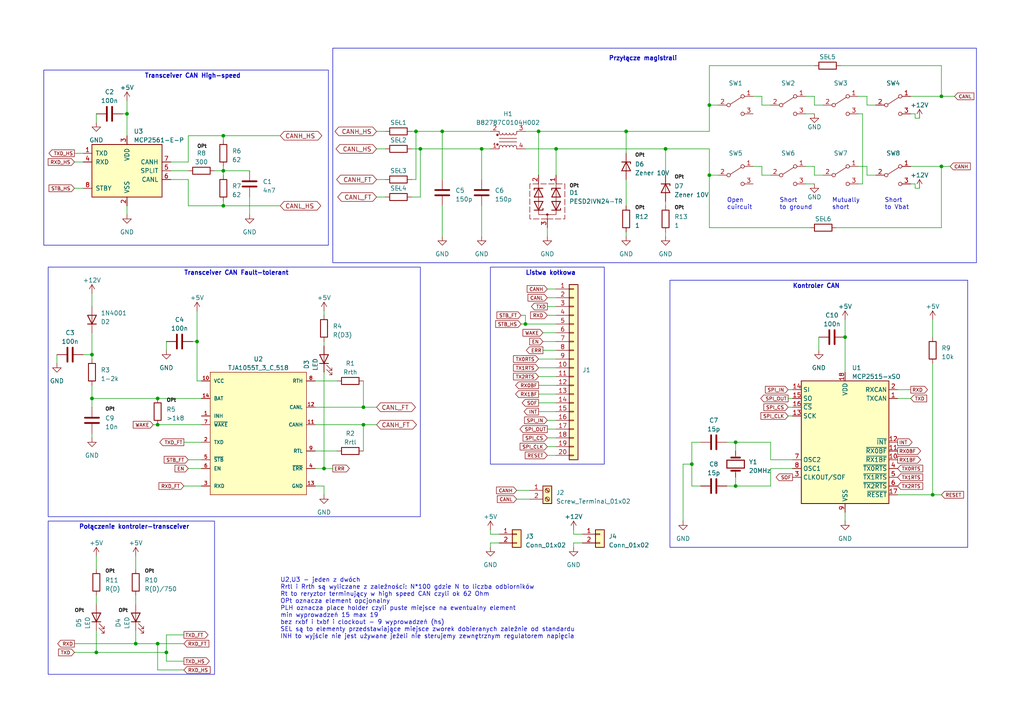
<source format=kicad_sch>
(kicad_sch (version 20230121) (generator eeschema)
  (paper "A4")
  (title_block (title "Przyłącze do sieci CAN (high-speed i fault-toletant)") (date "2023-04-03") (company "PŁ"))
  (lib_symbols
    (symbol "Connector:Screw_Terminal_01x02" (pin_names (offset 1.016) hide)
      (property "Reference" "J" (at 0 2.54 0))
      (property "Value" "Screw_Terminal_01x02" (at 0 -5.08 0))
      (symbol "Screw_Terminal_01x02_1_1"
        (pin passive line (at -5.08 0 0) (length 3.81) (name "Pin_1") (number "1"))
        (pin passive line (at -5.08 -2.54 0) (length 3.81) (name "Pin_2") (number "2"))
      )
    )
    (symbol "Connector_Generic:Conn_01x02" (pin_names (offset 1.016) hide)
      (property "Reference" "J" (at 0 2.54 0))
      (property "Value" "Conn_01x02" (at 0 -5.08 0))
      (symbol "Conn_01x02_1_1"
        (pin passive line (at -5.08 0 0) (length 3.81) (name "Pin_1") (number "1"))
        (pin passive line (at -5.08 -2.54 0) (length 3.81) (name "Pin_2") (number "2"))
      )
    )
    (symbol "Connector_Generic:Conn_01x20" (pin_names (offset 1.016) hide)
      (property "Reference" "J" (at 0 25.4 0))
      (property "Value" "Conn_01x20" (at 0 -27.94 0))
      (symbol "Conn_01x20_1_1"
        (pin passive line (at -5.08 22.86 0) (length 3.81) (name "Pin_1") (number "1"))
        (pin passive line (at -5.08 0 0) (length 3.81) (name "Pin_10") (number "10"))
        (pin passive line (at -5.08 -2.54 0) (length 3.81) (name "Pin_11") (number "11"))
        (pin passive line (at -5.08 -5.08 0) (length 3.81) (name "Pin_12") (number "12"))
        (pin passive line (at -5.08 -7.62 0) (length 3.81) (name "Pin_13") (number "13"))
        (pin passive line (at -5.08 -10.16 0) (length 3.81) (name "Pin_14") (number "14"))
        (pin passive line (at -5.08 -12.7 0) (length 3.81) (name "Pin_15") (number "15"))
        (pin passive line (at -5.08 -15.24 0) (length 3.81) (name "Pin_16") (number "16"))
        (pin passive line (at -5.08 -17.78 0) (length 3.81) (name "Pin_17") (number "17"))
        (pin passive line (at -5.08 -20.32 0) (length 3.81) (name "Pin_18") (number "18"))
        (pin passive line (at -5.08 -22.86 0) (length 3.81) (name "Pin_19") (number "19"))
        (pin passive line (at -5.08 20.32 0) (length 3.81) (name "Pin_2") (number "2"))
        (pin passive line (at -5.08 -25.4 0) (length 3.81) (name "Pin_20") (number "20"))
        (pin passive line (at -5.08 17.78 0) (length 3.81) (name "Pin_3") (number "3"))
        (pin passive line (at -5.08 15.24 0) (length 3.81) (name "Pin_4") (number "4"))
        (pin passive line (at -5.08 12.7 0) (length 3.81) (name "Pin_5") (number "5"))
        (pin passive line (at -5.08 10.16 0) (length 3.81) (name "Pin_6") (number "6"))
        (pin passive line (at -5.08 7.62 0) (length 3.81) (name "Pin_7") (number "7"))
        (pin passive line (at -5.08 5.08 0) (length 3.81) (name "Pin_8") (number "8"))
        (pin passive line (at -5.08 2.54 0) (length 3.81) (name "Pin_9") (number "9"))
      )
    )
    (symbol "Device:C" (pin_numbers hide) (pin_names (offset 0.254))
      (property "Reference" "C" (at 0.635 2.54 0))
      (property "Value" "C" (at 0.635 -2.54 0))
      (symbol "C_1_1"
        (pin passive line (at 0 3.81 270) (length 2.794) (name "~") (number "1"))
        (pin passive line (at 0 -3.81 90) (length 2.794) (name "~") (number "2"))
      )
    )
    (symbol "Device:Crystal" (pin_numbers hide) (pin_names (offset 1.016) hide)
      (property "Reference" "Y" (at 0 3.81 0))
      (property "Value" "Crystal" (at 0 -3.81 0))
      (symbol "Crystal_1_1"
        (pin passive line (at -3.81 0 0) (length 1.27) (name "1") (number "1"))
        (pin passive line (at 3.81 0 180) (length 1.27) (name "2") (number "2"))
      )
    )
    (symbol "Device:D_Zener_Dual_CommonCathode_AAK_Parallel" (pin_names (offset 0.762) hide)
      (property "Reference" "D1" (at -5.08 -0.6985 90))
      (property "Value" "D_Zener_Dual_CommonCathode_AAK_Parallel" (at -5.08 1.8415 90))
      (symbol "D_Zener_Dual_CommonCathode_AAK_Parallel_0_1"
        (pin passive line (at -10.16 2.54 0) (length 2.54) (name "K") (number "1"))
        (pin passive line (at -10.16 -2.54 0) (length 2.54) (name "K") (number "2"))
        (pin passive line (at 5.08 0 180) (length 2.54) (name "A") (number "3"))
      )
    )
    (symbol "Device:Filter_EMI_LL_1423" (pin_names hide)
      (property "Reference" "FL" (at 0 4.445 0))
      (property "Value" "Filter_EMI_LL_1423" (at 0 -4.445 0))
      (symbol "Filter_EMI_LL_1423_1_1"
        (pin passive line (at -5.08 -2.54 0) (length 2.54) (name "1") (number "1"))
        (pin passive line (at -5.08 2.54 0) (length 2.54) (name "2") (number "2"))
        (pin passive line (at 5.08 2.54 180) (length 2.54) (name "3") (number "3"))
        (pin passive line (at 5.08 -2.54 180) (length 2.54) (name "4") (number "4"))
      )
    )
    (symbol "Device:LED" (pin_numbers hide) (pin_names (offset 1.016) hide)
      (property "Reference" "D" (at 0 2.54 0))
      (property "Value" "LED" (at 0 -2.54 0))
      (symbol "LED_1_1"
        (pin passive line (at -3.81 0 0) (length 2.54) (name "K") (number "1"))
        (pin passive line (at 3.81 0 180) (length 2.54) (name "A") (number "2"))
      )
    )
    (symbol "Device:R" (pin_numbers hide) (pin_names (offset 0))
      (property "Reference" "R" (at 2.032 0 90))
      (property "Value" "R" (at 0 0 90))
      (symbol "R_1_1"
        (pin passive line (at 0 3.81 270) (length 1.27) (name "~") (number "1"))
        (pin passive line (at 0 -3.81 90) (length 1.27) (name "~") (number "2"))
      )
    )
    (symbol "Diode:1N4001" (pin_numbers hide) (pin_names hide)
      (property "Reference" "D" (at 0 2.54 0))
      (property "Value" "1N4001" (at 0 -2.54 0))
      (symbol "1N4001_1_1"
        (pin passive line (at -3.81 0 0) (length 2.54) (name "K") (number "1"))
        (pin passive line (at 3.81 0 180) (length 2.54) (name "A") (number "2"))
      )
    )
    (symbol "Diode:BZV55B56" (pin_numbers hide) (pin_names hide)
      (property "Reference" "D" (at 0 2.54 0))
      (property "Value" "BZV55B56" (at 0 -2.54 0))
      (symbol "BZV55B56_1_1"
        (pin passive line (at -3.81 0 0) (length 2.54) (name "K") (number "1"))
        (pin passive line (at 3.81 0 180) (length 2.54) (name "A") (number "2"))
      )
    )
    (symbol "ELEMENTY:TJA1055T_3_C,518" (pin_names (offset 1.016))
      (property "Reference" "U" (at 0 5.08 0))
      (property "Value" "TJA1055T_3_C,518" (at 0 7.62 0))
      (symbol "TJA1055T_3_C,518_1_1"
        (pin passive line (at 2.54 -10.16 0) (length 2.54) (name "INH") (number "1"))
        (pin power_in line (at 2.54 0 0) (length 2.54) (name "VCC") (number "10"))
        (pin bidirectional line (at 35.56 -12.7 180) (length 2.54) (name "CANH") (number "11"))
        (pin bidirectional line (at 35.56 -7.62 180) (length 2.54) (name "CANL") (number "12"))
        (pin power_in line (at 35.56 -30.48 180) (length 2.54) (name "GND") (number "13"))
        (pin power_in line (at 2.54 -5.08 0) (length 2.54) (name "BAT") (number "14"))
        (pin input line (at 2.54 -17.78 0) (length 2.54) (name "TXD") (number "2"))
        (pin output line (at 2.54 -30.48 0) (length 2.54) (name "RXD") (number "3"))
        (pin output line (at 35.56 -25.4 180) (length 2.54) (name "~{ERR}") (number "4"))
        (pin input line (at 2.54 -22.86 0) (length 2.54) (name "~{STB}") (number "5"))
        (pin input line (at 2.54 -25.4 0) (length 2.54) (name "EN") (number "6"))
        (pin input line (at 2.54 -12.7 0) (length 2.54) (name "~{WAKE}") (number "7"))
        (pin passive line (at 35.56 0 180) (length 2.54) (name "RTH") (number "8"))
        (pin passive line (at 35.56 -20.32 180) (length 2.54) (name "RTL") (number "9"))
      )
    )
    (symbol "Interface_CAN_LIN:MCP2515-xSO"
      (property "Reference" "U" (at -10.16 19.685 0))
      (property "Value" "MCP2515-xSO" (at 19.05 20.32 0))
      (symbol "MCP2515-xSO_1_1"
        (pin output line (at 15.24 12.7 180) (length 2.54) (name "TXCAN") (number "1"))
        (pin output line (at 15.24 -5.08 180) (length 2.54) (name "~{RX1BF}") (number "10"))
        (pin output line (at 15.24 -2.54 180) (length 2.54) (name "~{RX0BF}") (number "11"))
        (pin output line (at 15.24 0 180) (length 2.54) (name "~{INT}") (number "12"))
        (pin input line (at -15.24 7.62 0) (length 2.54) (name "SCK") (number "13"))
        (pin input line (at -15.24 15.24 0) (length 2.54) (name "SI") (number "14"))
        (pin output line (at -15.24 12.7 0) (length 2.54) (name "SO") (number "15"))
        (pin input line (at -15.24 10.16 0) (length 2.54) (name "~{CS}") (number "16"))
        (pin input line (at 15.24 -15.24 180) (length 2.54) (name "~{RESET}") (number "17"))
        (pin power_in line (at 0 20.32 270) (length 2.54) (name "VDD") (number "18"))
        (pin input line (at 15.24 15.24 180) (length 2.54) (name "RXCAN") (number "2"))
        (pin output line (at -15.24 -10.16 0) (length 2.54) (name "CLKOUT/SOF") (number "3"))
        (pin input line (at 15.24 -7.62 180) (length 2.54) (name "~{TX0RTS}") (number "4"))
        (pin input line (at 15.24 -10.16 180) (length 2.54) (name "~{TX1RTS}") (number "5"))
        (pin input line (at 15.24 -12.7 180) (length 2.54) (name "~{TX2RTS}") (number "6"))
        (pin output line (at -15.24 -5.08 0) (length 2.54) (name "OSC2") (number "7"))
        (pin input line (at -15.24 -7.62 0) (length 2.54) (name "OSC1") (number "8"))
        (pin power_in line (at 0 -20.32 90) (length 2.54) (name "VSS") (number "9"))
      )
    )
    (symbol "Interface_CAN_LIN:MCP2561-E-P" (pin_names (offset 1.016))
      (property "Reference" "U" (at -10.16 8.89 0))
      (property "Value" "MCP2561-E-P" (at 2.54 8.89 0))
      (symbol "MCP2561-E-P_1_1"
        (pin input line (at -12.7 5.08 0) (length 2.54) (name "TXD") (number "1"))
        (pin power_in line (at 0 -10.16 90) (length 2.54) (name "VSS") (number "2"))
        (pin power_in line (at 0 10.16 270) (length 2.54) (name "VDD") (number "3"))
        (pin output line (at -12.7 2.54 0) (length 2.54) (name "RXD") (number "4"))
        (pin passive line (at 12.7 0 180) (length 2.54) (name "SPLIT") (number "5"))
        (pin bidirectional line (at 12.7 -2.54 180) (length 2.54) (name "CANL") (number "6"))
        (pin bidirectional line (at 12.7 2.54 180) (length 2.54) (name "CANH") (number "7"))
        (pin input line (at -12.7 -5.08 0) (length 2.54) (name "STBY") (number "8"))
      )
    )
    (symbol "Switch:SW_SPDT" (pin_names (offset 0) hide)
      (property "Reference" "SW" (at 0 4.318 0))
      (property "Value" "SW_SPDT" (at 0 -5.08 0))
      (symbol "SW_SPDT_1_1"
        (pin passive line (at 5.08 2.54 180) (length 2.54) (name "A") (number "1"))
        (pin passive line (at -5.08 0 0) (length 2.54) (name "B") (number "2"))
        (pin passive line (at 5.08 -2.54 180) (length 2.54) (name "C") (number "3"))
      )
    )
    (symbol "power:+12V" (power) (pin_names (offset 0))
      (property "Value" "+12V" (at 0 3.556 0))
      (symbol "+12V_1_1"
        (pin power_in line (at 0 0 90) (length 0) hide (name "+12V") (number "1"))
      )
    )
    (symbol "power:+5V" (power) (pin_names (offset 0))
      (property "Value" "+5V" (at 0 3.556 0))
      (symbol "+5V_1_1"
        (pin power_in line (at 0 0 90) (length 0) hide (name "+5V") (number "1"))
      )
    )
    (symbol "power:GND" (power) (pin_names (offset 0))
      (property "Value" "GND" (at 0 -3.81 0))
      (symbol "GND_1_1"
        (pin power_in line (at 0 0 270) (length 0) hide (name "GND") (number "1"))
      )
    )
  )
  (junction (at 27.94 189.23))
  (junction (at 26.67 102.87))
  (junction (at 139.7 43.18))
  (junction (at 181.61 38.1))
  (junction (at 64.77 59.69))
  (junction (at 120.65 38.1))
  (junction (at 273.05 48.26))
  (junction (at 205.74 50.8))
  (junction (at 128.27 38.1))
  (junction (at 205.74 30.48))
  (junction (at 213.36 140.97))
  (junction (at 36.83 33.02))
  (junction (at 245.11 97.79))
  (junction (at 57.15 99.06))
  (junction (at 45.72 123.19))
  (junction (at 64.77 49.53))
  (junction (at 39.37 186.69))
  (junction (at 105.41 118.11))
  (junction (at 156.21 38.1))
  (junction (at 193.04 43.18))
  (junction (at 105.41 123.19))
  (junction (at 45.72 115.57))
  (junction (at 273.05 27.94))
  (junction (at 121.92 43.18))
  (junction (at 26.67 115.57))
  (junction (at 213.36 128.27))
  (junction (at 45.72 186.69))
  (junction (at 93.98 135.89))
  (junction (at 161.29 43.18))
  (junction (at 64.77 39.37))
  (junction (at 48.26 189.23))
  (junction (at 152.4 93.98))
  (junction (at 270.51 143.51))
  (junction (at 200.66 134.62))
  (wire (pts (xy 273.05 27.94) (xy 276.86 27.94)))
  (wire (pts (xy 64.77 49.53) (xy 64.77 50.8)))
  (wire (pts (xy 220.98 50.8) (xy 223.52 50.8)))
  (wire (pts (xy 45.72 123.19) (xy 58.42 123.19)))
  (wire (pts (xy 156.21 38.1) (xy 181.61 38.1)))
  (wire (pts (xy 26.67 111.76) (xy 26.67 115.57)))
  (wire (pts (xy 193.04 43.18) (xy 205.74 43.18)))
  (wire (pts (xy 53.34 194.31) (xy 45.72 194.31)))
  (wire (pts (xy 248.92 27.94) (xy 251.46 27.94)))
  (wire (pts (xy 93.98 135.89) (xy 93.98 107.95)))
  (wire (pts (xy 156.21 104.14) (xy 161.29 104.14)))
  (wire (pts (xy 220.98 27.94) (xy 220.98 30.48)))
  (wire (pts (xy 200.66 134.62) (xy 200.66 140.97)))
  (wire (pts (xy 35.56 33.02) (xy 36.83 33.02)))
  (wire (pts (xy 139.7 43.18) (xy 139.7 52.07)))
  (wire (pts (xy 234.95 66.04) (xy 205.74 66.04)))
  (wire (pts (xy 228.6 118.11) (xy 229.87 118.11)))
  (wire (pts (xy 220.98 48.26) (xy 220.98 50.8)))
  (wire (pts (xy 237.49 97.79) (xy 237.49 101.6)))
  (wire (pts (xy 72.39 62.23) (xy 72.39 57.15)))
  (wire (pts (xy 265.43 33.02) (xy 264.16 33.02)))
  (wire (pts (xy 64.77 59.69) (xy 81.28 59.69)))
  (wire (pts (xy 152.4 93.98) (xy 161.29 93.98)))
  (wire (pts (xy 26.67 115.57) (xy 26.67 118.11)))
  (wire (pts (xy 158.75 88.9) (xy 161.29 88.9)))
  (wire (pts (xy 157.48 101.6) (xy 161.29 101.6)))
  (wire (pts (xy 229.87 133.35) (xy 223.52 133.35)))
  (wire (pts (xy 57.15 99.06) (xy 57.15 110.49)))
  (wire (pts (xy 53.34 128.27) (xy 58.42 128.27)))
  (wire (pts (xy 210.82 128.27) (xy 213.36 128.27)))
  (wire (pts (xy 228.6 120.65) (xy 229.87 120.65)))
  (wire (pts (xy 158.75 132.08) (xy 161.29 132.08)))
  (wire (pts (xy 156.21 111.76) (xy 161.29 111.76)))
  (wire (pts (xy 203.2 128.27) (xy 200.66 128.27)))
  (wire (pts (xy 264.16 48.26) (xy 273.05 48.26)))
  (wire (pts (xy 21.59 189.23) (xy 27.94 189.23)))
  (wire (pts (xy 109.22 38.1) (xy 111.76 38.1)))
  (wire (pts (xy 229.87 135.89) (xy 223.52 135.89)))
  (wire (pts (xy 91.44 130.81) (xy 97.79 130.81)))
  (wire (pts (xy 205.74 50.8) (xy 205.74 43.18)))
  (wire (pts (xy 223.52 135.89) (xy 223.52 140.97)))
  (wire (pts (xy 198.12 151.13) (xy 198.12 134.62)))
  (wire (pts (xy 119.38 57.15) (xy 121.92 57.15)))
  (wire (pts (xy 119.38 43.18) (xy 121.92 43.18)))
  (wire (pts (xy 193.04 58.42) (xy 193.04 59.69)))
  (wire (pts (xy 200.66 128.27) (xy 200.66 134.62)))
  (wire (pts (xy 245.11 92.71) (xy 245.11 97.79)))
  (wire (pts (xy 242.57 66.04) (xy 273.05 66.04)))
  (wire (pts (xy 54.61 49.53) (xy 49.53 49.53)))
  (wire (pts (xy 128.27 38.1) (xy 128.27 52.07)))
  (wire (pts (xy 57.15 110.49) (xy 58.42 110.49)))
  (wire (pts (xy 72.39 49.53) (xy 64.77 49.53)))
  (wire (pts (xy 120.65 38.1) (xy 128.27 38.1)))
  (wire (pts (xy 48.26 191.77) (xy 53.34 191.77)))
  (wire (pts (xy 36.83 62.23) (xy 36.83 59.69)))
  (wire (pts (xy 105.41 118.11) (xy 109.22 118.11)))
  (wire (pts (xy 205.74 30.48) (xy 205.74 38.1)))
  (wire (pts (xy 93.98 135.89) (xy 96.52 135.89)))
  (wire (pts (xy 248.92 53.34) (xy 250.19 53.34)))
  (wire (pts (xy 21.59 44.45) (xy 24.13 44.45)))
  (wire (pts (xy 208.28 30.48) (xy 205.74 30.48)))
  (wire (pts (xy 149.86 142.24) (xy 153.67 142.24)))
  (wire (pts (xy 149.86 144.78) (xy 153.67 144.78)))
  (wire (pts (xy 62.23 49.53) (xy 64.77 49.53)))
  (wire (pts (xy 156.21 106.68) (xy 161.29 106.68)))
  (wire (pts (xy 158.75 124.46) (xy 161.29 124.46)))
  (wire (pts (xy 26.67 125.73) (xy 26.67 127)))
  (wire (pts (xy 260.35 115.57) (xy 264.16 115.57)))
  (wire (pts (xy 139.7 43.18) (xy 142.24 43.18)))
  (wire (pts (xy 39.37 172.72) (xy 39.37 175.26)))
  (wire (pts (xy 139.7 59.69) (xy 139.7 68.58)))
  (wire (pts (xy 181.61 52.07) (xy 181.61 59.69)))
  (wire (pts (xy 156.21 119.38) (xy 161.29 119.38)))
  (wire (pts (xy 158.75 129.54) (xy 161.29 129.54)))
  (wire (pts (xy 121.92 43.18) (xy 139.7 43.18)))
  (wire (pts (xy 158.75 66.04) (xy 158.75 68.58)))
  (wire (pts (xy 264.16 27.94) (xy 273.05 27.94)))
  (wire (pts (xy 265.43 34.29) (xy 265.43 33.02)))
  (wire (pts (xy 260.35 143.51) (xy 270.51 143.51)))
  (wire (pts (xy 119.38 52.07) (xy 120.65 52.07)))
  (wire (pts (xy 54.61 52.07) (xy 54.61 59.69)))
  (wire (pts (xy 213.36 138.43) (xy 213.36 140.97)))
  (wire (pts (xy 243.84 19.05) (xy 273.05 19.05)))
  (wire (pts (xy 128.27 59.69) (xy 128.27 68.58)))
  (wire (pts (xy 270.51 143.51) (xy 273.05 143.51)))
  (wire (pts (xy 156.21 38.1) (xy 156.21 50.8)))
  (wire (pts (xy 105.41 123.19) (xy 109.22 123.19)))
  (wire (pts (xy 236.22 19.05) (xy 205.74 19.05)))
  (wire (pts (xy 166.37 153.67) (xy 166.37 154.94)))
  (wire (pts (xy 158.75 127) (xy 161.29 127)))
  (wire (pts (xy 64.77 39.37) (xy 81.28 39.37)))
  (wire (pts (xy 156.21 114.3) (xy 161.29 114.3)))
  (wire (pts (xy 26.67 115.57) (xy 45.72 115.57)))
  (wire (pts (xy 236.22 30.48) (xy 238.76 30.48)))
  (wire (pts (xy 157.48 99.06) (xy 161.29 99.06)))
  (wire (pts (xy 21.59 46.99) (xy 24.13 46.99)))
  (wire (pts (xy 45.72 115.57) (xy 58.42 115.57)))
  (wire (pts (xy 152.4 43.18) (xy 161.29 43.18)))
  (wire (pts (xy 220.98 30.48) (xy 223.52 30.48)))
  (wire (pts (xy 166.37 158.75) (xy 166.37 157.48)))
  (wire (pts (xy 21.59 186.69) (xy 39.37 186.69)))
  (wire (pts (xy 142.24 154.94) (xy 144.78 154.94)))
  (wire (pts (xy 27.94 189.23) (xy 48.26 189.23)))
  (wire (pts (xy 233.68 27.94) (xy 236.22 27.94)))
  (wire (pts (xy 250.19 53.34) (xy 250.19 33.02)))
  (wire (pts (xy 54.61 59.69) (xy 64.77 59.69)))
  (wire (pts (xy 44.45 123.19) (xy 45.72 123.19)))
  (wire (pts (xy 236.22 50.8) (xy 238.76 50.8)))
  (wire (pts (xy 213.36 140.97) (xy 210.82 140.97)))
  (wire (pts (xy 48.26 184.15) (xy 48.26 189.23)))
  (wire (pts (xy 245.11 148.59) (xy 245.11 151.13)))
  (wire (pts (xy 245.11 97.79) (xy 245.11 107.95)))
  (wire (pts (xy 91.44 140.97) (xy 93.98 140.97)))
  (wire (pts (xy 48.26 99.06) (xy 48.26 101.6)))
  (wire (pts (xy 93.98 90.17) (xy 93.98 91.44)))
  (wire (pts (xy 218.44 48.26) (xy 220.98 48.26)))
  (wire (pts (xy 39.37 182.88) (xy 39.37 186.69)))
  (wire (pts (xy 228.6 115.57) (xy 229.87 115.57)))
  (wire (pts (xy 273.05 19.05) (xy 273.05 27.94)))
  (wire (pts (xy 109.22 52.07) (xy 111.76 52.07)))
  (wire (pts (xy 166.37 154.94) (xy 168.91 154.94)))
  (wire (pts (xy 161.29 43.18) (xy 193.04 43.18)))
  (wire (pts (xy 270.51 105.41) (xy 270.51 143.51)))
  (wire (pts (xy 48.26 189.23) (xy 48.26 191.77)))
  (wire (pts (xy 236.22 27.94) (xy 236.22 30.48)))
  (wire (pts (xy 45.72 186.69) (xy 53.34 186.69)))
  (wire (pts (xy 120.65 52.07) (xy 120.65 38.1)))
  (wire (pts (xy 91.44 110.49) (xy 97.79 110.49)))
  (wire (pts (xy 198.12 134.62) (xy 200.66 134.62)))
  (wire (pts (xy 64.77 48.26) (xy 64.77 49.53)))
  (wire (pts (xy 91.44 118.11) (xy 105.41 118.11)))
  (wire (pts (xy 49.53 52.07) (xy 54.61 52.07)))
  (wire (pts (xy 181.61 38.1) (xy 205.74 38.1)))
  (wire (pts (xy 157.48 96.52) (xy 161.29 96.52)))
  (wire (pts (xy 251.46 30.48) (xy 254 30.48)))
  (wire (pts (xy 53.34 140.97) (xy 58.42 140.97)))
  (wire (pts (xy 265.43 54.61) (xy 266.7 54.61)))
  (wire (pts (xy 273.05 48.26) (xy 275.59 48.26)))
  (wire (pts (xy 236.22 48.26) (xy 236.22 50.8)))
  (wire (pts (xy 26.67 102.87) (xy 26.67 104.14)))
  (wire (pts (xy 260.35 113.03) (xy 264.16 113.03)))
  (wire (pts (xy 39.37 161.29) (xy 39.37 165.1)))
  (wire (pts (xy 152.4 38.1) (xy 156.21 38.1)))
  (wire (pts (xy 213.36 128.27) (xy 213.36 130.81)))
  (wire (pts (xy 250.19 33.02) (xy 248.92 33.02)))
  (wire (pts (xy 181.61 38.1) (xy 181.61 44.45)))
  (wire (pts (xy 193.04 67.31) (xy 193.04 68.58)))
  (wire (pts (xy 248.92 48.26) (xy 251.46 48.26)))
  (wire (pts (xy 27.94 161.29) (xy 27.94 165.1)))
  (wire (pts (xy 54.61 133.35) (xy 58.42 133.35)))
  (wire (pts (xy 49.53 46.99) (xy 54.61 46.99)))
  (wire (pts (xy 36.83 33.02) (xy 36.83 39.37)))
  (wire (pts (xy 27.94 33.02) (xy 27.94 35.56)))
  (wire (pts (xy 54.61 135.89) (xy 58.42 135.89)))
  (wire (pts (xy 27.94 172.72) (xy 27.94 175.26)))
  (wire (pts (xy 24.13 102.87) (xy 26.67 102.87)))
  (wire (pts (xy 93.98 99.06) (xy 93.98 100.33)))
  (wire (pts (xy 218.44 27.94) (xy 220.98 27.94)))
  (wire (pts (xy 142.24 158.75) (xy 142.24 157.48)))
  (wire (pts (xy 161.29 43.18) (xy 161.29 50.8)))
  (wire (pts (xy 265.43 53.34) (xy 264.16 53.34)))
  (wire (pts (xy 181.61 67.31) (xy 181.61 68.58)))
  (wire (pts (xy 53.34 184.15) (xy 48.26 184.15)))
  (wire (pts (xy 142.24 153.67) (xy 142.24 154.94)))
  (wire (pts (xy 270.51 92.71) (xy 270.51 97.79)))
  (wire (pts (xy 156.21 109.22) (xy 161.29 109.22)))
  (wire (pts (xy 91.44 123.19) (xy 105.41 123.19)))
  (wire (pts (xy 142.24 157.48) (xy 144.78 157.48)))
  (wire (pts (xy 223.52 133.35) (xy 223.52 128.27)))
  (wire (pts (xy 166.37 157.48) (xy 168.91 157.48)))
  (wire (pts (xy 105.41 110.49) (xy 105.41 118.11)))
  (wire (pts (xy 16.51 102.87) (xy 16.51 105.41)))
  (wire (pts (xy 223.52 128.27) (xy 213.36 128.27)))
  (wire (pts (xy 93.98 140.97) (xy 93.98 143.51)))
  (wire (pts (xy 228.6 113.03) (xy 229.87 113.03)))
  (wire (pts (xy 200.66 140.97) (xy 203.2 140.97)))
  (wire (pts (xy 21.59 54.61) (xy 24.13 54.61)))
  (wire (pts (xy 26.67 85.09) (xy 26.67 88.9)))
  (wire (pts (xy 273.05 66.04) (xy 273.05 48.26)))
  (wire (pts (xy 233.68 48.26) (xy 236.22 48.26)))
  (wire (pts (xy 64.77 39.37) (xy 64.77 40.64)))
  (wire (pts (xy 39.37 186.69) (xy 45.72 186.69)))
  (wire (pts (xy 105.41 123.19) (xy 105.41 130.81)))
  (wire (pts (xy 265.43 54.61) (xy 265.43 53.34)))
  (wire (pts (xy 54.61 46.99) (xy 54.61 39.37)))
  (wire (pts (xy 251.46 48.26) (xy 251.46 50.8)))
  (wire (pts (xy 109.22 43.18) (xy 111.76 43.18)))
  (wire (pts (xy 27.94 182.88) (xy 27.94 189.23)))
  (wire (pts (xy 223.52 140.97) (xy 213.36 140.97)))
  (wire (pts (xy 26.67 96.52) (xy 26.67 102.87)))
  (wire (pts (xy 233.68 53.34) (xy 236.22 53.34)))
  (wire (pts (xy 45.72 194.31) (xy 45.72 186.69)))
  (wire (pts (xy 151.13 91.44) (xy 152.4 91.44)))
  (wire (pts (xy 265.43 34.29) (xy 266.7 34.29)))
  (wire (pts (xy 152.4 91.44) (xy 152.4 93.98)))
  (wire (pts (xy 193.04 43.18) (xy 193.04 50.8)))
  (wire (pts (xy 91.44 135.89) (xy 93.98 135.89)))
  (wire (pts (xy 156.21 116.84) (xy 161.29 116.84)))
  (wire (pts (xy 233.68 33.02) (xy 236.22 33.02)))
  (wire (pts (xy 151.13 93.98) (xy 152.4 93.98)))
  (wire (pts (xy 64.77 59.69) (xy 64.77 58.42)))
  (wire (pts (xy 128.27 38.1) (xy 142.24 38.1)))
  (wire (pts (xy 251.46 27.94) (xy 251.46 30.48)))
  (wire (pts (xy 205.74 66.04) (xy 205.74 50.8)))
  (wire (pts (xy 54.61 39.37) (xy 64.77 39.37)))
  (wire (pts (xy 208.28 50.8) (xy 205.74 50.8)))
  (wire (pts (xy 158.75 86.36) (xy 161.29 86.36)))
  (wire (pts (xy 158.75 91.44) (xy 161.29 91.44)))
  (wire (pts (xy 57.15 90.17) (xy 57.15 99.06)))
  (wire (pts (xy 158.75 121.92) (xy 161.29 121.92)))
  (wire (pts (xy 251.46 50.8) (xy 254 50.8)))
  (wire (pts (xy 55.88 99.06) (xy 57.15 99.06)))
  (wire (pts (xy 109.22 57.15) (xy 111.76 57.15)))
  (wire (pts (xy 119.38 38.1) (xy 120.65 38.1)))
  (wire (pts (xy 205.74 19.05) (xy 205.74 30.48)))
  (wire (pts (xy 36.83 29.21) (xy 36.83 33.02)))
  (wire (pts (xy 158.75 83.82) (xy 161.29 83.82)))
  (wire (pts (xy 121.92 57.15) (xy 121.92 43.18)))
  (rectangle (start 142.24 77.47) (end 175.26 134.62))
  (rectangle (start 13.97 151.13) (end 62.23 195.58))
  (rectangle (start 13.97 77.47) (end 121.92 149.86))
  (rectangle (start 96.52 13.97) (end 283.21 76.2))
  (rectangle (start 12.7 20.32) (end 95.25 71.12))
  (rectangle (start 194.31 81.28) (end 280.67 158.75))
  (text "Listwa kołkowa" (at 152.4 80.01 0) (effects (font (size 1.27 1.27) bold) (justify left bottom)))
  (text "OPt" (at 30.48 119.38 0) (effects (font (size 1 1) (thickness 0.2) bold) (justify left bottom)))
  (text "Transceiver CAN Fault-tolerant" (at 53.34 80.01 0) (effects (font (size 1.27 1.27) bold) (justify left bottom)))
  (text "Kontroler CAN" (at 229.87 83.82 0) (effects (font (size 1.27 1.27) bold) (justify left bottom)))
  (text "Transceiver CAN High-speed" (at 41.91 22.86 0) (effects (font (size 1.27 1.27) (thickness 0.254) bold) (justify left bottom)))
  (text "OPt" (at 30.48 166.37 0) (effects (font (size 1 1) (thickness 0.2) bold) (justify left bottom)))
  (text "OPt" (at 195.58 60.96 0) (effects (font (size 1 1) (thickness 0.2) bold) (justify left bottom)))
  (text "Połączenie kontroler-transceiver" (at 22.86 153.67 0) (effects (font (size 1.27 1.27) bold) (justify left bottom)))
  (text "OPt" (at 184.15 45.72 0) (effects (font (size 1 1) (thickness 0.2) bold) (justify left bottom)))
  (text "Short \nto Vbat" (at 256.54 60.96 0) (effects (font (size 1.27 1.27)) (justify left bottom)))
  (text "Przyłącze magistrali" (at 176.53 17.78 0) (effects (font (size 1.27 1.27) bold) (justify left bottom)))
  (text "OPt" (at 195.58 52.07 0) (effects (font (size 1 1) (thickness 0.2) bold) (justify left bottom)))
  (text "OPt" (at 165.1 54.61 0) (effects (font (size 1 1) (thickness 0.2) bold) (justify left bottom)))
  (text "U2,U3 - jeden z dwóch\nRrtl i Rrth są wyliczane z zależności: N*100 gdzie N to liczba odbiorników\nRt to reryztor terminujący w high speed CAN czyli ok 62 Ohm\nOPt oznacza element opcjonalny\nPLH oznacza place holder czyli puste miejsce na ewentualny element\nmin wyprowadzeń 15 max 19\nbez rxbf i txbf i clockout - 9 wyprowadzeń (hs)\nSEL są to elementy przedstawiające miejsce zworek dobieranych zależnie od standardu\nINH to wyjście nie jest używane jeżeli nie sterujemy zewnętrznym regulatorem napięcia" (at 81.28 185.42 0) (effects (font (size 1.27 1.27)) (justify left bottom)))
  (text "Short \nto ground" (at 226.06 60.96 0) (effects (font (size 1.27 1.27)) (justify left bottom)))
  (text "Open\ncuircuit\n" (at 210.82 60.96 0) (effects (font (size 1.27 1.27)) (justify left bottom)))
  (text "OPt" (at 48.26 116.84 0) (effects (font (size 1 1) (thickness 0.2) bold) (justify left bottom)))
  (text "OPt" (at 21.59 177.8 0) (effects (font (size 1 1) (thickness 0.2) bold) (justify left bottom)))
  (text "OPt" (at 34.29 177.8 0) (effects (font (size 1 1) (thickness 0.2) bold) (justify left bottom)))
  (text "OPt" (at 41.91 166.37 0) (effects (font (size 1 1) (thickness 0.2) bold) (justify left bottom)))
  (text "Mutually\nshort" (at 241.3 60.96 0) (effects (font (size 1.27 1.27)) (justify left bottom)))
  (text "OPt" (at 57.15 43.18 0) (effects (font (size 1 1) (thickness 0.2) bold) (justify left bottom)))
  (text "OPt" (at 184.15 60.96 0) (effects (font (size 1 1) (thickness 0.2) bold) (justify left bottom)))
  (global_label "TXD_HS" (shape output) (at 21.59 44.45 180) (effects (font (size 1 1))) (property "Intersheetrefs" "${INTERSHEET_REFS}" (effects hide)))
  (global_label "RX1BF" (shape output) (at 260.35 133.35 0) (effects (font (size 1 1))) (property "Intersheetrefs" "${INTERSHEET_REFS}" (effects hide)))
  (global_label "SPI_IN" (shape input) (at 228.6 113.03 180) (effects (font (size 1 1))) (property "Intersheetrefs" "${INTERSHEET_REFS}" (effects hide)))
  (global_label "SPI_CLK" (shape input) (at 158.75 129.54 180) (effects (font (size 1 1))) (property "Intersheetrefs" "${INTERSHEET_REFS}" (effects hide)))
  (global_label "TXD" (shape input) (at 264.16 115.57 0) (effects (font (size 1 1))) (property "Intersheetrefs" "${INTERSHEET_REFS}" (effects hide)))
  (global_label "INT" (shape output) (at 260.35 128.27 0) (effects (font (size 1 1))) (property "Intersheetrefs" "${INTERSHEET_REFS}" (effects hide)))
  (global_label "CANL" (shape input) (at 149.86 144.78 180) (effects (font (size 1 1))) (property "Intersheetrefs" "${INTERSHEET_REFS}" (effects hide)))
  (global_label "CANH" (shape input) (at 275.59 48.26 0) (effects (font (size 1 1))) (property "Intersheetrefs" "${INTERSHEET_REFS}" (effects hide)))
  (global_label "CANL" (shape input) (at 276.86 27.94 0) (effects (font (size 1 1))) (property "Intersheetrefs" "${INTERSHEET_REFS}" (effects hide)))
  (global_label "STB_FT" (shape input) (at 54.61 133.35 180) (effects (font (size 1 1))) (property "Intersheetrefs" "${INTERSHEET_REFS}" (effects hide)))
  (global_label "RXD_FT" (shape input) (at 53.34 140.97 180) (effects (font (size 1 1))) (property "Intersheetrefs" "${INTERSHEET_REFS}" (effects hide)))
  (global_label "SOF" (shape output) (at 229.87 138.43 180) (effects (font (size 1 1))) (property "Intersheetrefs" "${INTERSHEET_REFS}" (effects hide)))
  (global_label "CANL" (shape input) (at 158.75 86.36 180) (effects (font (size 1 1))) (property "Intersheetrefs" "${INTERSHEET_REFS}" (effects hide)))
  (global_label "ERR" (shape output) (at 157.48 101.6 180) (effects (font (size 1 1))) (property "Intersheetrefs" "${INTERSHEET_REFS}" (effects hide)))
  (global_label "CANH_HS" (shape bidirectional) (at 109.22 38.1 180) (property "Intersheetrefs" "${INTERSHEET_REFS}" (effects hide)))
  (global_label "EN" (shape input) (at 157.48 99.06 180) (effects (font (size 1 1))) (property "Intersheetrefs" "${INTERSHEET_REFS}" (effects hide)))
  (global_label "TXD_FT" (shape output) (at 53.34 184.15 0) (effects (font (size 1 1))) (property "Intersheetrefs" "${INTERSHEET_REFS}" (effects hide)))
  (global_label "WAKE" (shape input) (at 44.45 123.19 180) (effects (font (size 1 1))) (property "Intersheetrefs" "${INTERSHEET_REFS}" (effects hide)))
  (global_label "STB_HS" (shape input) (at 21.59 54.61 180) (effects (font (size 1 1))) (property "Intersheetrefs" "${INTERSHEET_REFS}" (effects hide)))
  (global_label "TX0RTS" (shape input) (at 156.21 104.14 180) (effects (font (size 1 1))) (property "Intersheetrefs" "${INTERSHEET_REFS}" (effects hide)))
  (global_label "CANL_HS" (shape bidirectional) (at 109.22 43.18 180) (property "Intersheetrefs" "${INTERSHEET_REFS}" (effects hide)))
  (global_label "RXD" (shape output) (at 21.59 186.69 180) (effects (font (size 1 1))) (property "Intersheetrefs" "${INTERSHEET_REFS}" (effects hide)))
  (global_label "SPI_CS" (shape input) (at 228.6 118.11 180) (effects (font (size 1 1))) (property "Intersheetrefs" "${INTERSHEET_REFS}" (effects hide)))
  (global_label "TXD_HS" (shape output) (at 53.34 191.77 0) (effects (font (size 1 1))) (property "Intersheetrefs" "${INTERSHEET_REFS}" (effects hide)))
  (global_label "TX2RTS" (shape input) (at 260.35 140.97 0) (effects (font (size 1 1))) (property "Intersheetrefs" "${INTERSHEET_REFS}" (effects hide)))
  (global_label "STB_FT" (shape input) (at 151.13 91.44 180) (effects (font (size 1 1))) (property "Intersheetrefs" "${INTERSHEET_REFS}" (effects hide)))
  (global_label "SOF" (shape output) (at 156.21 116.84 180) (effects (font (size 1 1))) (property "Intersheetrefs" "${INTERSHEET_REFS}" (effects hide)))
  (global_label "INT" (shape output) (at 156.21 119.38 180) (effects (font (size 1 1))) (property "Intersheetrefs" "${INTERSHEET_REFS}" (effects hide)))
  (global_label "CANH" (shape input) (at 158.75 83.82 180) (effects (font (size 1 1))) (property "Intersheetrefs" "${INTERSHEET_REFS}" (effects hide)))
  (global_label "SPI_CS" (shape input) (at 158.75 127 180) (effects (font (size 1 1))) (property "Intersheetrefs" "${INTERSHEET_REFS}" (effects hide)))
  (global_label "TX2RTS" (shape input) (at 156.21 109.22 180) (effects (font (size 1 1))) (property "Intersheetrefs" "${INTERSHEET_REFS}" (effects hide)))
  (global_label "RX0BF" (shape output) (at 260.35 130.81 0) (effects (font (size 1 1))) (property "Intersheetrefs" "${INTERSHEET_REFS}" (effects hide)))
  (global_label "EN" (shape input) (at 54.61 135.89 180) (effects (font (size 1 1))) (property "Intersheetrefs" "${INTERSHEET_REFS}" (effects hide)))
  (global_label "RXD" (shape output) (at 264.16 113.03 0) (effects (font (size 1 1))) (property "Intersheetrefs" "${INTERSHEET_REFS}" (effects hide)))
  (global_label "RESET" (shape input) (at 158.75 132.08 180) (effects (font (size 1 1))) (property "Intersheetrefs" "${INTERSHEET_REFS}" (effects hide)))
  (global_label "CANL_HS" (shape bidirectional) (at 81.28 59.69 0) (property "Intersheetrefs" "${INTERSHEET_REFS}" (effects hide)))
  (global_label "SPI_CLK" (shape input) (at 228.6 120.65 180) (effects (font (size 1 1))) (property "Intersheetrefs" "${INTERSHEET_REFS}" (effects hide)))
  (global_label "RXD" (shape input) (at 158.75 91.44 180) (effects (font (size 1 1))) (property "Intersheetrefs" "${INTERSHEET_REFS}" (effects hide)))
  (global_label "TX1RTS" (shape input) (at 260.35 138.43 0) (effects (font (size 1 1))) (property "Intersheetrefs" "${INTERSHEET_REFS}" (effects hide)))
  (global_label "CANH" (shape input) (at 149.86 142.24 180) (effects (font (size 1 1))) (property "Intersheetrefs" "${INTERSHEET_REFS}" (effects hide)))
  (global_label "STB_HS" (shape input) (at 151.13 93.98 180) (effects (font (size 1 1))) (property "Intersheetrefs" "${INTERSHEET_REFS}" (effects hide)))
  (global_label "TX1RTS" (shape input) (at 156.21 106.68 180) (effects (font (size 1 1))) (property "Intersheetrefs" "${INTERSHEET_REFS}" (effects hide)))
  (global_label "ERR" (shape output) (at 96.52 135.89 0) (effects (font (size 1 1))) (property "Intersheetrefs" "${INTERSHEET_REFS}" (effects hide)))
  (global_label "TX0RTS" (shape input) (at 260.35 135.89 0) (effects (font (size 1 1))) (property "Intersheetrefs" "${INTERSHEET_REFS}" (effects hide)))
  (global_label "CANH_HS" (shape bidirectional) (at 81.28 39.37 0) (property "Intersheetrefs" "${INTERSHEET_REFS}" (effects hide)))
  (global_label "SPI_OUT" (shape output) (at 158.75 124.46 180) (effects (font (size 1 1))) (property "Intersheetrefs" "${INTERSHEET_REFS}" (effects hide)))
  (global_label "RXD_FT" (shape input) (at 53.34 186.69 0) (effects (font (size 1 1))) (property "Intersheetrefs" "${INTERSHEET_REFS}" (effects hide)))
  (global_label "TXD" (shape input) (at 21.59 189.23 180) (effects (font (size 1 1))) (property "Intersheetrefs" "${INTERSHEET_REFS}" (effects hide)))
  (global_label "TXD_FT" (shape output) (at 53.34 128.27 180) (effects (font (size 1 1))) (property "Intersheetrefs" "${INTERSHEET_REFS}" (effects hide)))
  (global_label "RX0BF" (shape output) (at 156.21 111.76 180) (effects (font (size 1 1))) (property "Intersheetrefs" "${INTERSHEET_REFS}" (effects hide)))
  (global_label "RESET" (shape input) (at 273.05 143.51 0) (effects (font (size 1 1))) (property "Intersheetrefs" "${INTERSHEET_REFS}" (effects hide)))
  (global_label "TXD" (shape output) (at 158.75 88.9 180) (effects (font (size 1 1))) (property "Intersheetrefs" "${INTERSHEET_REFS}" (effects hide)))
  (global_label "SPI_OUT" (shape output) (at 228.6 115.57 180) (effects (font (size 1 1))) (property "Intersheetrefs" "${INTERSHEET_REFS}" (effects hide)))
  (global_label "CANL_FT" (shape bidirectional) (at 109.22 118.11 0) (property "Intersheetrefs" "${INTERSHEET_REFS}" (effects hide)))
  (global_label "SPI_IN" (shape input) (at 158.75 121.92 180) (effects (font (size 1 1))) (property "Intersheetrefs" "${INTERSHEET_REFS}" (effects hide)))
  (global_label "WAKE" (shape input) (at 157.48 96.52 180) (effects (font (size 1 1))) (property "Intersheetrefs" "${INTERSHEET_REFS}" (effects hide)))
  (global_label "RX1BF" (shape output) (at 156.21 114.3 180) (effects (font (size 1 1))) (property "Intersheetrefs" "${INTERSHEET_REFS}" (effects hide)))
  (global_label "RXD_HS" (shape input) (at 53.34 194.31 0) (effects (font (size 1 1))) (property "Intersheetrefs" "${INTERSHEET_REFS}" (effects hide)))
  (global_label "CANH_FT" (shape bidirectional) (at 109.22 52.07 180) (property "Intersheetrefs" "${INTERSHEET_REFS}" (effects hide)))
  (global_label "CANH_FT" (shape bidirectional) (at 109.22 123.19 0) (property "Intersheetrefs" "${INTERSHEET_REFS}" (effects hide)))
  (global_label "CANL_FT" (shape bidirectional) (at 109.22 57.15 180) (property "Intersheetrefs" "${INTERSHEET_REFS}" (effects hide)))
  (global_label "RXD_HS" (shape input) (at 21.59 46.99 180) (effects (font (size 1 1))) (property "Intersheetrefs" "${INTERSHEET_REFS}" (effects hide)))
  (symbol (lib_id "Device:R") (at 193.04 63.5 180) (unit 1)
    (property "Reference" "R13" (at 195.58 62.865 0) (effects (justify right)))
    (property "Value" "1" (at 195.58 65.405 0) (effects (justify right)))
    (property "Footprint" "Resistor_THT:R_Axial_DIN0207_L6.3mm_D2.5mm_P10.16mm_Horizontal" (effects hide))
  )
  (symbol (lib_id "Device:R") (at 58.42 49.53 90) (unit 1)
    (property "Reference" "R8" (at 58.42 44.45 90))
    (property "Value" "300" (at 58.42 46.99 90))
    (property "Footprint" "Resistor_THT:R_Axial_DIN0207_L6.3mm_D2.5mm_P10.16mm_Horizontal" (effects hide))
  )
  (symbol (lib_id "power:GND") (at 128.27 68.58 0) (unit 1)
    (property "Reference" "#PWR015" (effects hide))
    (property "Value" "GND" (at 128.27 73.66 0))
  )
  (symbol (lib_id "Device:R") (at 270.51 101.6 180) (unit 1)
    (property "Reference" "R9" (at 273.05 100.965 0) (effects (justify right)))
    (property "Value" "10k" (at 273.05 103.505 0) (effects (justify right)))
    (property "Footprint" "Resistor_THT:R_Axial_DIN0207_L6.3mm_D2.5mm_P10.16mm_Horizontal" (effects hide))
  )
  (symbol (lib_id "power:GND") (at 237.49 101.6 0) (unit 1)
    (property "Reference" "#PWR02" (effects hide))
    (property "Value" "GND" (at 237.49 106.68 0))
  )
  (symbol (lib_id "power:+5V") (at 93.98 90.17 0) (unit 1)
    (property "Reference" "#PWR013" (effects hide))
    (property "Value" "+5V" (at 93.98 86.36 0))
  )
  (symbol (lib_id "power:GND") (at 166.37 158.75 0) (unit 1)
    (property "Reference" "#PWR026" (effects hide))
    (property "Value" "GND" (at 166.37 163.83 0))
  )
  (symbol (lib_id "Device:C") (at 20.32 102.87 90) (unit 1)
    (property "Reference" "C3" (at 20.32 96.52 90))
    (property "Value" "100n" (at 20.32 99.06 90))
    (property "Footprint" "Capacitor_THT:C_Disc_D5.0mm_W2.5mm_P2.50mm" (effects hide))
  )
  (symbol (lib_id "Device:LED") (at 27.94 179.07 90) (unit 1)
    (property "Reference" "D5" (at 22.86 180.6575 0))
    (property "Value" "LED" (at 25.4 180.6575 0))
    (property "Footprint" "1_WLASNA_Library:2PAD_WIRE" (effects hide))
  )
  (symbol (lib_id "Switch:SW_SPDT") (at 243.84 30.48 0) (unit 1)
    (property "Reference" "SW3" (at 243.84 24.13 0))
    (property "Value" "SW_SPDT" (effects hide))
    (property "Footprint" "1_WLASNA_Library:3PAD_WIRE_SWITCH" (effects hide))
  )
  (symbol (lib_id "power:GND") (at 26.67 127 0) (unit 1)
    (property "Reference" "#PWR022" (effects hide))
    (property "Value" "GND" (at 26.67 132.08 0))
  )
  (symbol (lib_id "Device:C") (at 207.01 140.97 90) (unit 1)
    (property "Reference" "C8" (at 207.01 134.62 90))
    (property "Value" "15p" (at 207.01 137.16 90))
    (property "Footprint" "Capacitor_THT:C_Disc_D7.0mm_W2.5mm_P5.00mm" (effects hide))
  )
  (symbol (lib_id "power:GND") (at 48.26 101.6 0) (unit 1)
    (property "Reference" "#PWR020" (effects hide))
    (property "Value" "GND" (at 48.26 106.68 0))
  )
  (symbol (lib_id "Device:C") (at 72.39 53.34 0) (unit 1)
    (property "Reference" "C1" (at 76.2 52.705 0) (effects (justify left)))
    (property "Value" "4n7" (at 76.2 55.245 0) (effects (justify left)))
    (property "Footprint" "Capacitor_THT:C_Disc_D5.0mm_W2.5mm_P5.00mm" (effects hide))
  )
  (symbol (lib_id "power:GND") (at 139.7 68.58 0) (unit 1)
    (property "Reference" "#PWR016" (effects hide))
    (property "Value" "GND" (at 139.7 73.66 0))
  )
  (symbol (lib_id "power:+5V") (at 57.15 90.17 0) (unit 1)
    (property "Reference" "#PWR019" (effects hide))
    (property "Value" "+5V" (at 57.15 86.36 0))
  )
  (symbol (lib_id "Interface_CAN_LIN:MCP2561-E-P") (at 36.83 49.53 0) (unit 1)
    (property "Reference" "U3" (at 38.7859 38.1 0) (effects (justify left)))
    (property "Value" "MCP2561-E-P" (at 38.7859 40.64 0) (effects (justify left)))
    (property "Footprint" "Package_DIP:DIP-8_W7.62mm" (effects hide))
    (property "Datasheet" "http://ww1.microchip.com/downloads/en/DeviceDoc/25167A.pdf" (effects hide))
  )
  (symbol (lib_id "ELEMENTY:TJA1055T_3_C,518") (at 55.88 110.49 0) (unit 1)
    (property "Reference" "U2" (at 74.93 104.14 0))
    (property "Value" "TJA1055T_3_C,518" (at 74.93 106.68 0))
    (property "Footprint" "Package_SO:SO-14_3.9x8.65mm_P1.27mm" (effects hide))
    (property "Datasheet" "https://www.nxp.com/docs/en/data-sheet/TJA1055.pdf" (effects hide))
    (property "automotive" "No" (effects hide))
    (property "category" "IC" (effects hide))
    (property "device class L1" "Integrated Circuits (ICs)" (effects hide))
    (property "device class L2" "Interface ICs" (effects hide))
    (property "device class L3" "unset" (effects hide))
    (property "digikey description" "IC TRANSCEIVER HALF 1/1 14SO" (effects hide))
    (property "digikey part number" "568-8689-1-ND" (effects hide))
    (property "footprint url" "https://www.nxp.com/docs/en/package-information/SOT108-1.pdf" (effects hide))
    (property "height" "1.75mm" (effects hide))
    (property "interface" "CAN" (effects hide))
    (property "lead free" "Yes" (effects hide))
    (property "library id" "1f6dfe155aaff96a" (effects hide))
    (property "manufacturer" "NXP Semiconductors" (effects hide))
    (property "max junction temp" "+150°C" (effects hide))
    (property "max supply voltage" "5.25V" (effects hide))
    (property "min supply voltage" "4.75V" (effects hide))
    (property "mouser description" "TJA1055 Series 5.25V 125 kBd Enhanced Fault-Tolerant CAN Transceiver-SOIC-14" (effects hide))
    (property "mouser part number" "771-TJA1055T3C518" (effects hide))
    (property "nominal supply current" "6-13mA" (effects hide))
    (property "package" "SOIC14" (effects hide))
    (property "rohs" "Yes" (effects hide))
    (property "standoff height" "0.1mm" (effects hide))
    (property "temperature range high" "+150°C" (effects hide))
    (property "temperature range low" "-40°C" (effects hide))
  )
  (symbol (lib_id "Device:C") (at 26.67 121.92 180) (unit 1)
    (property "Reference" "C9" (at 30.48 121.285 0) (effects (justify right)))
    (property "Value" "10n" (at 30.48 123.825 0) (effects (justify right)))
    (property "Footprint" "Capacitor_THT:C_Disc_D11.0mm_W5.0mm_P7.50mm" (effects hide))
  )
  (symbol (lib_id "Device:R") (at 93.98 95.25 180) (unit 1)
    (property "Reference" "R4" (at 96.52 94.615 0) (effects (justify right)))
    (property "Value" "R(D3)" (at 96.52 97.155 0) (effects (justify right)))
    (property "Footprint" "Resistor_THT:R_Axial_DIN0207_L6.3mm_D2.5mm_P10.16mm_Horizontal" (effects hide))
  )
  (symbol (lib_id "Device:R") (at 27.94 168.91 180) (unit 1)
    (property "Reference" "R11" (at 30.48 168.275 0) (effects (justify right)))
    (property "Value" "R(D)" (at 30.48 170.815 0) (effects (justify right)))
    (property "Footprint" "Resistor_THT:R_Axial_DIN0207_L6.3mm_D2.5mm_P10.16mm_Horizontal" (effects hide))
  )
  (symbol (lib_id "power:GND") (at 72.39 62.23 0) (unit 1)
    (property "Reference" "#PWR04" (effects hide))
    (property "Value" "GND" (at 72.39 67.31 0))
  )
  (symbol (lib_id "Switch:SW_SPDT") (at 259.08 30.48 0) (unit 1)
    (property "Reference" "SW4" (at 259.08 24.13 0))
    (property "Value" "SW_SPDT" (effects hide))
    (property "Footprint" "1_WLASNA_Library:3PAD_WIRE_SWITCH" (effects hide))
  )
  (symbol (lib_id "power:+5V") (at 270.51 92.71 0) (unit 1)
    (property "Reference" "#PWR032" (effects hide))
    (property "Value" "+5V" (at 270.51 88.9 0))
  )
  (symbol (lib_id "power:GND") (at 198.12 151.13 0) (unit 1)
    (property "Reference" "#PWR09" (effects hide))
    (property "Value" "GND" (at 198.12 156.21 0))
  )
  (symbol (lib_id "power:+12V") (at 26.67 85.09 0) (unit 1)
    (property "Reference" "#PWR021" (effects hide))
    (property "Value" "+12V" (at 26.67 81.28 0))
  )
  (symbol (lib_id "power:+5V") (at 27.94 161.29 0) (unit 1)
    (property "Reference" "#PWR024" (effects hide))
    (property "Value" "+5V" (at 27.94 157.48 0))
  )
  (symbol (lib_id "power:GND") (at 158.75 68.58 0) (unit 1)
    (property "Reference" "#PWR017" (effects hide))
    (property "Value" "GND" (at 158.75 73.66 0))
  )
  (symbol (lib_id "Device:Filter_EMI_LL_1423") (at 147.32 40.64 0) (unit 1)
    (property "Reference" "H1" (at 147.32 33.02 0))
    (property "Value" "B82787C0104H002" (at 147.32 35.56 0))
    (property "Footprint" "1_WLASNA_Library:4Pin_COMMON_MODE_CHOKE_B82787C0104H002" (effects hide))
  )
  (symbol (lib_id "power:GND") (at 236.22 33.02 0) (unit 1)
    (property "Reference" "#PWR03" (effects hide))
    (property "Value" "GND" (at 236.22 36.83 0))
  )
  (symbol (lib_id "power:GND") (at 36.83 62.23 0) (unit 1)
    (property "Reference" "#PWR07" (effects hide))
    (property "Value" "GND" (at 36.83 67.31 0))
  )
  (symbol (lib_id "Device:R") (at 64.77 44.45 0) (unit 1)
    (property "Reference" "R6" (at 67.31 43.815 0) (effects (justify left)))
    (property "Value" "62" (at 67.31 46.355 0) (effects (justify left)))
    (property "Footprint" "Resistor_THT:R_Axial_DIN0207_L6.3mm_D2.5mm_P10.16mm_Horizontal" (effects hide))
  )
  (symbol (lib_id "Switch:SW_SPDT") (at 228.6 30.48 0) (unit 1)
    (property "Reference" "SW2" (at 228.6 24.13 0))
    (property "Value" "SW_SPDT" (effects hide))
    (property "Footprint" "1_WLASNA_Library:3PAD_WIRE_SWITCH" (effects hide))
  )
  (symbol (lib_id "power:+5V") (at 142.24 153.67 0) (unit 1)
    (property "Reference" "#PWR018" (effects hide))
    (property "Value" "+5V" (at 142.24 149.86 0))
  )
  (symbol (lib_id "Device:LED") (at 39.37 179.07 90) (unit 1)
    (property "Reference" "D4" (at 34.29 180.6575 0))
    (property "Value" "LED" (at 36.83 180.6575 0))
    (property "Footprint" "1_WLASNA_Library:2PAD_WIRE" (effects hide))
  )
  (symbol (lib_id "power:+12V") (at 266.7 34.29 0) (unit 1)
    (property "Reference" "#PWR08" (effects hide))
    (property "Value" "+12V" (at 266.7 30.48 0))
  )
  (symbol (lib_id "Device:R") (at 39.37 168.91 180) (unit 1)
    (property "Reference" "R10" (at 41.91 168.275 0) (effects (justify right)))
    (property "Value" "R(D)/750" (at 41.91 170.815 0) (effects (justify right)))
    (property "Footprint" "Resistor_THT:R_Axial_DIN0207_L6.3mm_D2.5mm_P10.16mm_Horizontal" (effects hide))
  )
  (symbol (lib_id "Device:R") (at 45.72 119.38 180) (unit 1)
    (property "Reference" "R5" (at 48.26 118.745 0) (effects (justify right)))
    (property "Value" ">1k8" (at 48.26 121.285 0) (effects (justify right)))
    (property "Footprint" "Resistor_THT:R_Axial_DIN0207_L6.3mm_D2.5mm_P10.16mm_Horizontal" (effects hide))
  )
  (symbol (lib_id "Device:C") (at 207.01 128.27 90) (unit 1)
    (property "Reference" "C7" (at 207.01 121.92 90))
    (property "Value" "15p" (at 207.01 124.46 90))
    (property "Footprint" "Capacitor_THT:C_Disc_D7.0mm_W2.5mm_P5.00mm" (effects hide))
  )
  (symbol (lib_id "Device:R") (at 238.76 66.04 90) (unit 1)
    (property "Reference" "SEL6" (at 238.76 63.5 90))
    (property "Value" "~" (at 238.76 63.5 90))
    (property "Footprint" "Resistor_SMD:R_0805_2012Metric" (effects hide))
  )
  (symbol (lib_id "Device:C") (at 128.27 55.88 0) (unit 1)
    (property "Reference" "C5" (at 132.08 55.245 0) (effects (justify left)))
    (property "Value" "150p" (at 132.08 57.785 0) (effects (justify left)))
    (property "Footprint" "Capacitor_THT:C_Disc_D5.0mm_W2.5mm_P5.00mm" (effects hide))
  )
  (symbol (lib_id "Device:D_Zener_Dual_CommonCathode_AAK_Parallel") (at 158.75 60.96 270) (unit 1)
    (property "Reference" "D1" (at 165.1 55.88 90) (effects (justify left)))
    (property "Value" "PESD2IVN24-TR" (at 165.1 58.42 90) (effects (justify left)))
    (property "Footprint" "Package_TO_SOT_SMD:SOT-23" (effects hide))
  )
  (symbol (lib_id "power:GND") (at 16.51 105.41 0) (unit 1)
    (property "Reference" "#PWR029" (effects hide))
    (property "Value" "GND" (at 16.51 110.49 0))
  )
  (symbol (lib_id "power:GND") (at 193.04 68.58 0) (unit 1)
    (property "Reference" "#PWR028" (effects hide))
    (property "Value" "GND" (at 193.04 73.66 0))
  )
  (symbol (lib_id "power:GND") (at 93.98 143.51 0) (unit 1)
    (property "Reference" "#PWR014" (effects hide))
    (property "Value" "GND" (at 93.98 148.59 0))
  )
  (symbol (lib_id "Device:R") (at 181.61 63.5 180) (unit 1)
    (property "Reference" "R12" (at 184.15 62.865 0) (effects (justify right)))
    (property "Value" "1" (at 184.15 65.405 0) (effects (justify right)))
    (property "Footprint" "Resistor_THT:R_Axial_DIN0207_L6.3mm_D2.5mm_P10.16mm_Horizontal" (effects hide))
  )
  (symbol (lib_id "Device:R") (at 115.57 43.18 90) (unit 1)
    (property "Reference" "SEL2" (at 115.57 40.64 90))
    (property "Value" "~" (at 115.57 40.64 90))
    (property "Footprint" "Resistor_SMD:R_0805_2012Metric" (effects hide))
  )
  (symbol (lib_id "Diode:BZV55B56") (at 193.04 54.61 270) (unit 1)
    (property "Reference" "D7" (at 195.58 53.975 90) (effects (justify left)))
    (property "Value" "Zener 10V" (at 195.58 56.515 90) (effects (justify left)))
    (property "Footprint" "Diode_THT:D_DO-35_SOD27_P10.16mm_Horizontal" (effects hide))
    (property "Datasheet" "https://assets.nexperia.com/documents/data-sheet/BZV55_SER.pdf" (effects hide))
  )
  (symbol (lib_id "power:+5V") (at 245.11 92.71 0) (unit 1)
    (property "Reference" "#PWR01" (effects hide))
    (property "Value" "+5V" (at 245.11 88.9 0))
  )
  (symbol (lib_id "power:+5V") (at 36.83 29.21 0) (unit 1)
    (property "Reference" "#PWR030" (effects hide))
    (property "Value" "+5V" (at 36.83 25.4 0))
  )
  (symbol (lib_id "Device:C") (at 52.07 99.06 90) (unit 1)
    (property "Reference" "C4" (at 52.07 92.71 90))
    (property "Value" "100n" (at 52.07 95.25 90))
    (property "Footprint" "Capacitor_THT:C_Disc_D5.0mm_W2.5mm_P2.50mm" (effects hide))
  )
  (symbol (lib_id "Switch:SW_SPDT") (at 213.36 30.48 0) (unit 1)
    (property "Reference" "SW1" (at 213.36 24.13 0))
    (property "Value" "SW_SPDT" (effects hide))
    (property "Footprint" "1_WLASNA_Library:3PAD_WIRE_SWITCH" (effects hide))
  )
  (symbol (lib_id "Diode:BZV55B56") (at 181.61 48.26 270) (unit 1)
    (property "Reference" "D6" (at 184.15 47.625 90) (effects (justify left)))
    (property "Value" "Zener 10V" (at 184.15 50.165 90) (effects (justify left)))
    (property "Footprint" "Diode_THT:D_DO-35_SOD27_P10.16mm_Horizontal" (effects hide))
    (property "Datasheet" "https://assets.nexperia.com/documents/data-sheet/BZV55_SER.pdf" (effects hide))
  )
  (symbol (lib_id "Diode:1N4001") (at 26.67 92.71 270) (mirror x) (unit 1)
    (property "Reference" "D2" (at 29.21 93.345 90) (effects (justify left)))
    (property "Value" "1N4001" (at 29.21 90.805 90) (effects (justify left)))
    (property "Footprint" "Diode_THT:D_DO-41_SOD81_P10.16mm_Horizontal" (effects hide))
    (property "Datasheet" "http://www.vishay.com/docs/88503/1n4001.pdf" (effects hide))
    (property "Sim.Device" "D" (effects hide))
    (property "Sim.Pins" "1=K 2=A" (effects hide))
  )
  (symbol (lib_id "Switch:SW_SPDT") (at 243.84 50.8 0) (unit 1)
    (property "Reference" "SW7" (at 243.84 44.45 0))
    (property "Value" "SW_SPDT" (effects hide))
    (property "Footprint" "1_WLASNA_Library:3PAD_WIRE_SWITCH" (effects hide))
  )
  (symbol (lib_id "Connector:Screw_Terminal_01x02") (at 158.75 142.24 0) (unit 1)
    (property "Reference" "J2" (at 161.29 142.875 0) (effects (justify left)))
    (property "Value" "Screw_Terminal_01x02" (at 161.29 145.415 0) (effects (justify left)))
    (property "Footprint" "Connector_Samtec_HPM_THT:Samtec_HPM-02-05-x-S_Straight_1x02_Pitch5.08mm" (effects hide))
  )
  (symbol (lib_id "Device:R") (at 115.57 57.15 90) (unit 1)
    (property "Reference" "SEL4" (at 115.57 54.61 90))
    (property "Value" "~" (at 115.57 54.61 90))
    (property "Footprint" "Resistor_SMD:R_0805_2012Metric" (effects hide))
  )
  (symbol (lib_id "Device:Crystal") (at 213.36 134.62 90) (unit 1)
    (property "Reference" "Y1" (at 217.17 133.985 90) (effects (justify right)))
    (property "Value" "20MHz" (at 217.17 136.525 90) (effects (justify right)))
    (property "Footprint" "Crystal:Crystal_SMD_HC49-SD_HandSoldering" (effects hide))
  )
  (symbol (lib_id "Device:R") (at 115.57 52.07 90) (unit 1)
    (property "Reference" "SEL3" (at 115.57 49.53 90))
    (property "Value" "~" (at 115.57 49.53 90))
    (property "Footprint" "Resistor_SMD:R_0805_2012Metric" (effects hide))
  )
  (symbol (lib_id "Device:R") (at 115.57 38.1 90) (unit 1)
    (property "Reference" "SEL1" (at 115.57 35.56 90))
    (property "Value" "~" (at 115.57 35.56 90))
    (property "Footprint" "Resistor_SMD:R_0805_2012Metric" (effects hide))
  )
  (symbol (lib_id "power:GND") (at 245.11 151.13 0) (unit 1)
    (property "Reference" "#PWR010" (effects hide))
    (property "Value" "GND" (at 245.11 156.21 0))
  )
  (symbol (lib_id "Device:R") (at 101.6 110.49 90) (unit 1)
    (property "Reference" "R1" (at 101.6 105.41 90))
    (property "Value" "Rrth" (at 101.6 107.95 90))
    (property "Footprint" "Resistor_THT:R_Axial_DIN0207_L6.3mm_D2.5mm_P10.16mm_Horizontal" (effects hide))
  )
  (symbol (lib_id "power:GND") (at 236.22 53.34 0) (unit 1)
    (property "Reference" "#PWR05" (effects hide))
    (property "Value" "GND" (at 236.22 57.15 0))
  )
  (symbol (lib_id "Device:C") (at 139.7 55.88 0) (unit 1)
    (property "Reference" "C6" (at 143.51 55.245 0) (effects (justify left)))
    (property "Value" "150p" (at 143.51 57.785 0) (effects (justify left)))
    (property "Footprint" "Capacitor_THT:C_Disc_D5.0mm_W2.5mm_P5.00mm" (effects hide))
  )
  (symbol (lib_id "Device:C") (at 241.3 97.79 90) (unit 1)
    (property "Reference" "C10" (at 241.3 91.44 90))
    (property "Value" "100n" (at 241.3 93.98 90))
    (property "Footprint" "Capacitor_THT:C_Disc_D5.0mm_W2.5mm_P2.50mm" (effects hide))
  )
  (symbol (lib_id "Connector_Generic:Conn_01x20") (at 166.37 106.68 0) (unit 1)
    (property "Reference" "J1" (at 168.91 107.315 0) (effects (justify left)))
    (property "Value" "Conn_01x20" (effects hide))
    (property "Footprint" "Connector_PinSocket_2.54mm:PinSocket_2x20_P2.54mm_Vertical" (effects hide))
  )
  (symbol (lib_id "power:+12V") (at 266.7 54.61 0) (unit 1)
    (property "Reference" "#PWR06" (effects hide))
    (property "Value" "+12V" (at 266.7 50.8 0))
  )
  (symbol (lib_id "Device:R") (at 64.77 54.61 0) (unit 1)
    (property "Reference" "R7" (at 67.31 53.975 0) (effects (justify left)))
    (property "Value" "62" (at 67.31 56.515 0) (effects (justify left)))
    (property "Footprint" "Resistor_THT:R_Axial_DIN0207_L6.3mm_D2.5mm_P10.16mm_Horizontal" (effects hide))
  )
  (symbol (lib_id "Device:R") (at 26.67 107.95 180) (unit 1)
    (property "Reference" "R3" (at 29.21 107.315 0) (effects (justify right)))
    (property "Value" "1-2k" (at 29.21 109.855 0) (effects (justify right)))
    (property "Footprint" "Resistor_THT:R_Axial_DIN0207_L6.3mm_D2.5mm_P10.16mm_Horizontal" (effects hide))
  )
  (symbol (lib_id "Interface_CAN_LIN:MCP2515-xSO") (at 245.11 128.27 0) (unit 1)
    (property "Reference" "U1" (at 247.0659 106.68 0) (effects (justify left)))
    (property "Value" "MCP2515-xSO" (at 247.0659 109.22 0) (effects (justify left)))
    (property "Footprint" "Package_DIP:DIP-18_W7.62mm" (effects hide))
    (property "Datasheet" "http://ww1.microchip.com/downloads/en/DeviceDoc/21801e.pdf" (effects hide))
  )
  (symbol (lib_id "power:+12V") (at 166.37 153.67 0) (unit 1)
    (property "Reference" "#PWR025" (effects hide))
    (property "Value" "+12V" (at 166.37 149.86 0))
  )
  (symbol (lib_id "Device:LED") (at 93.98 104.14 90) (unit 1)
    (property "Reference" "D3" (at 88.9 105.7275 0))
    (property "Value" "LED" (at 91.44 105.7275 0))
    (property "Footprint" "1_WLASNA_Library:2PAD_WIRE" (effects hide))
  )
  (symbol (lib_id "Switch:SW_SPDT") (at 228.6 50.8 0) (unit 1)
    (property "Reference" "SW6" (at 228.6 44.45 0))
    (property "Value" "SW_SPDT" (effects hide))
    (property "Footprint" "1_WLASNA_Library:3PAD_WIRE_SWITCH" (effects hide))
  )
  (symbol (lib_id "Device:C") (at 31.75 33.02 90) (unit 1)
    (property "Reference" "C2" (at 31.75 26.67 90))
    (property "Value" "100n" (at 31.75 29.21 90))
    (property "Footprint" "Capacitor_THT:C_Disc_D5.0mm_W2.5mm_P2.50mm" (effects hide))
  )
  (symbol (lib_id "power:GND") (at 181.61 68.58 0) (unit 1)
    (property "Reference" "#PWR027" (effects hide))
    (property "Value" "GND" (at 181.61 73.66 0))
  )
  (symbol (lib_id "power:GND") (at 27.94 35.56 0) (unit 1)
    (property "Reference" "#PWR011" (effects hide))
    (property "Value" "GND" (at 27.94 40.64 0))
  )
  (symbol (lib_id "power:+5V") (at 39.37 161.29 0) (unit 1)
    (property "Reference" "#PWR023" (effects hide))
    (property "Value" "+5V" (at 39.37 157.48 0))
  )
  (symbol (lib_id "Switch:SW_SPDT") (at 259.08 50.8 0) (unit 1)
    (property "Reference" "SW8" (at 259.08 44.45 0))
    (property "Value" "SW_SPDT" (effects hide))
    (property "Footprint" "1_WLASNA_Library:3PAD_WIRE_SWITCH" (effects hide))
  )
  (symbol (lib_id "power:GND") (at 142.24 158.75 0) (unit 1)
    (property "Reference" "#PWR012" (effects hide))
    (property "Value" "GND" (at 142.24 163.83 0))
  )
  (symbol (lib_id "Device:R") (at 101.6 130.81 90) (unit 1)
    (property "Reference" "R2" (at 101.6 125.73 90))
    (property "Value" "Rrtl" (at 101.6 128.27 90))
    (property "Footprint" "Resistor_THT:R_Axial_DIN0207_L6.3mm_D2.5mm_P10.16mm_Horizontal" (effects hide))
  )
  (symbol (lib_id "Switch:SW_SPDT") (at 213.36 50.8 0) (unit 1)
    (property "Reference" "SW5" (at 213.36 44.45 0))
    (property "Value" "SW_SPDT" (effects hide))
    (property "Footprint" "1_WLASNA_Library:3PAD_WIRE_SWITCH" (effects hide))
  )
  (symbol (lib_id "Connector_Generic:Conn_01x02") (at 149.86 154.94 0) (unit 1)
    (property "Reference" "J3" (at 152.4 155.575 0) (effects (justify left)))
    (property "Value" "Conn_01x02" (at 152.4 158.115 0) (effects (justify left)))
  )
  (symbol (lib_id "Connector_Generic:Conn_01x02") (at 173.99 154.94 0) (unit 1)
    (property "Reference" "J4" (at 176.53 155.575 0) (effects (justify left)))
    (property "Value" "Conn_01x02" (at 176.53 158.115 0) (effects (justify left)))
  )
  (symbol (lib_id "Device:R") (at 240.03 19.05 90) (unit 1)
    (property "Reference" "SEL5" (at 240.03 16.51 90))
    (property "Value" "~" (at 240.03 16.51 90))
    (property "Footprint" "Resistor_SMD:R_0805_2012Metric" (effects hide))
  )
)
</source>
